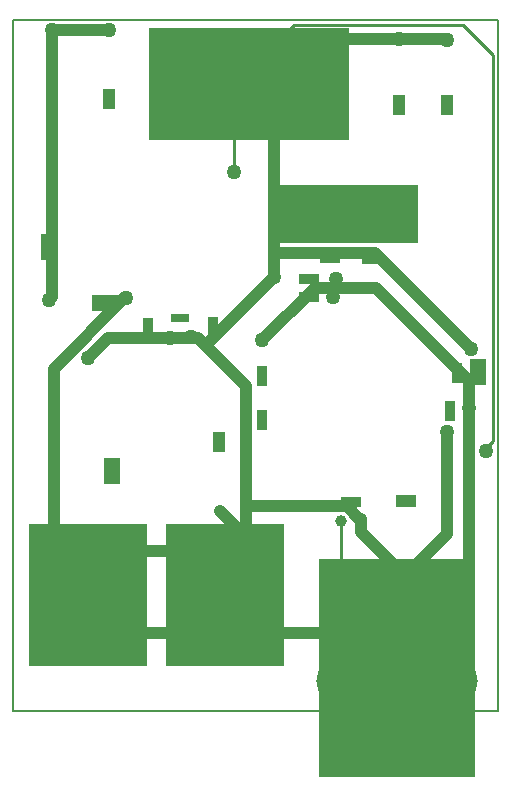
<source format=gbl>
%FSLAX25Y25*%
%MOIN*%
G70*
G01*
G75*
G04 Layer_Physical_Order=2*
G04 Layer_Color=16711680*
%ADD10R,0.21654X0.07874*%
%ADD11R,0.22047X0.22047*%
%ADD12R,0.07874X0.04724*%
%ADD13R,0.00866X0.05906*%
%ADD14R,0.05906X0.00866*%
%ADD15R,0.03937X0.03937*%
%ADD16R,0.03937X0.03937*%
%ADD17R,0.03740X0.02756*%
%ADD18R,0.05118X0.03937*%
%ADD19R,0.06614X0.07874*%
%ADD20R,0.02362X0.05709*%
%ADD21R,0.05709X0.02362*%
%ADD22C,0.03150*%
%ADD23C,0.01063*%
%ADD24C,0.01000*%
%ADD25C,0.00945*%
%ADD26C,0.03937*%
%ADD27R,0.46063X0.19685*%
%ADD28R,0.07087X0.03937*%
%ADD29R,0.66929X0.37402*%
%ADD30R,0.03937X0.07087*%
%ADD31R,0.39370X0.47244*%
%ADD32R,0.51968X0.72835*%
%ADD33R,0.06496X0.02756*%
%ADD34R,0.03543X0.06693*%
%ADD35R,0.08661X0.05709*%
%ADD36R,0.05709X0.08661*%
%ADD37R,0.06693X0.03543*%
%ADD38C,0.04921*%
%ADD39R,0.07874X0.07874*%
%ADD40C,0.00787*%
%ADD41C,0.07874*%
%ADD42C,0.05906*%
%ADD43C,0.13780*%
%ADD44C,0.05000*%
%ADD45C,0.03937*%
G54D23*
X454648Y198815D02*
X439963Y213500D01*
X541148Y218500D02*
X531148Y228500D01*
X474648D01*
X459648Y213500D01*
X490302Y34653D02*
X481648Y26000D01*
X490302Y34653D02*
Y63153D01*
X454648Y179500D02*
Y198815D01*
X538648Y86500D02*
X537648D01*
X541148Y90000D02*
Y218500D01*
Y90000D02*
X537648Y86500D01*
X394148Y138000D02*
X393148Y137000D01*
G54D26*
X481648Y26000D02*
X424648D01*
X533180Y109986D02*
X502166Y141000D01*
X533180Y48031D02*
Y109986D01*
Y48031D02*
X516727Y31579D01*
Y34961D01*
Y31579D02*
X511148Y26000D01*
X481648D01*
X458648Y53185D02*
X413148D01*
X511707Y45000D02*
X496994Y59713D01*
Y63846D01*
X489833Y224000D02*
X479333Y213500D01*
X468148Y202315D01*
X458648Y58000D02*
X450148Y66500D01*
X496994Y63846D02*
X496591D01*
X492347Y68090D01*
X502166Y141000D02*
X481648D01*
X464148Y123500D01*
X525648Y58941D02*
Y93000D01*
Y58941D02*
X511707Y45000D01*
X413148Y227000D02*
X394148D01*
Y138000D02*
Y227000D01*
X525648Y224000D02*
X489833D01*
X412849Y124201D02*
X406148Y117500D01*
X394648Y56000D02*
Y114000D01*
X418148Y137500D02*
X394648Y114000D01*
X424648Y26000D02*
X394648Y56000D01*
X533648Y120500D02*
X501648Y152500D01*
X468148D01*
X458802Y53339D02*
Y68090D01*
Y108153D01*
X458648Y53339D02*
Y58000D01*
X492347Y68090D02*
X458802D01*
X468148Y144500D02*
X445455Y121807D01*
X468148Y144500D02*
Y152500D01*
Y202315D01*
X442802Y124153D02*
X433495D01*
X412849D01*
X458802Y108153D02*
X442802Y124153D01*
G54D27*
X493148Y165500D02*
D03*
G54D28*
X512148Y70000D02*
D03*
G54D29*
X459648Y208972D02*
D03*
G54D30*
X525648Y202000D02*
D03*
X509648D02*
D03*
X413148Y204000D02*
D03*
X394148Y203000D02*
D03*
X449648Y89500D02*
D03*
G54D31*
X451758Y38618D02*
D03*
X406258D02*
D03*
G54D32*
X509246Y14291D02*
D03*
G54D33*
X436648Y131000D02*
D03*
G54D34*
X447648Y128000D02*
D03*
X426148Y127500D02*
D03*
X529148Y112500D02*
D03*
X464148Y97000D02*
D03*
X526648Y100000D02*
D03*
X464148Y111500D02*
D03*
G54D35*
X411648Y136000D02*
D03*
G54D36*
X414148Y80000D02*
D03*
X536148Y113000D02*
D03*
X393148Y154500D02*
D03*
G54D37*
X500648Y150500D02*
D03*
X486648Y151000D02*
D03*
X493648Y69500D02*
D03*
X479648Y138000D02*
D03*
Y144000D02*
D03*
G54D38*
X440940Y213619D02*
X440367Y214398D01*
X439404Y214310D01*
X438981Y213440D01*
X439506Y212628D01*
X440472Y212658D01*
X440947Y213500D01*
X460625Y213619D02*
X460052Y214398D01*
X459089Y214310D01*
X458666Y213440D01*
X459191Y212628D01*
X460157Y212658D01*
X460632Y213500D01*
X480310Y213619D02*
X479737Y214398D01*
X478774Y214310D01*
X478351Y213440D01*
X478876Y212628D01*
X479842Y212658D01*
X480317Y213500D01*
X457671Y53066D02*
X458245Y52287D01*
X459207Y52375D01*
X459630Y53245D01*
X459105Y54057D01*
X458139Y54027D01*
X457664Y53185D01*
X412171Y53066D02*
X412745Y52287D01*
X413707Y52375D01*
X414130Y53245D01*
X413605Y54057D01*
X412639Y54027D01*
X412164Y53185D01*
X496767Y33984D02*
X497546Y34557D01*
X497458Y35520D01*
X496588Y35943D01*
X495777Y35418D01*
X495806Y34451D01*
X496648Y33976D01*
X501787Y44023D02*
X502565Y44596D01*
X502478Y45559D01*
X501608Y45982D01*
X500796Y45457D01*
X500826Y44491D01*
X501668Y44016D01*
X506807Y33984D02*
X507585Y34557D01*
X507497Y35520D01*
X506628Y35943D01*
X505816Y35418D01*
X505845Y34451D01*
X506687Y33976D01*
X511826Y44023D02*
X512605Y44596D01*
X512517Y45559D01*
X511648Y45982D01*
X510836Y45457D01*
X510865Y44491D01*
X511707Y44016D01*
X516846Y33984D02*
X517625Y34557D01*
X517537Y35520D01*
X516667Y35943D01*
X515855Y35418D01*
X515885Y34451D01*
X516727Y33976D01*
X521866Y44023D02*
X522644Y44596D01*
X522556Y45559D01*
X521687Y45982D01*
X520875Y45457D01*
X520904Y44491D01*
X521746Y44016D01*
G54D39*
X444869Y33500D02*
D03*
X399369D02*
D03*
G54D40*
X542648Y0D02*
X381231D01*
X542648Y230315D02*
X381231D01*
X542648Y0D02*
Y230315D01*
X381231Y0D02*
Y230315D01*
G54D41*
X439963Y213500D02*
D03*
X479333D02*
D03*
X459648D02*
D03*
X458648Y53185D02*
D03*
X444869Y33500D02*
D03*
X413148Y53185D02*
D03*
X399369Y33500D02*
D03*
G54D42*
X496648Y34961D02*
D03*
X501668Y45000D02*
D03*
X506687Y34961D02*
D03*
X511707Y45000D02*
D03*
X516727Y34961D02*
D03*
X521746Y45000D02*
D03*
G54D43*
X489266Y9961D02*
D03*
X529227D02*
D03*
G54D44*
X525648Y93000D02*
D03*
X533648Y120500D02*
D03*
X468148Y144500D02*
D03*
X394148Y227000D02*
D03*
X413148D02*
D03*
X525648Y223500D02*
D03*
X509648Y224000D02*
D03*
X487648Y138000D02*
D03*
X488648Y144000D02*
D03*
X479333Y213500D02*
D03*
X459648D02*
D03*
X454648Y179500D02*
D03*
X464148Y123500D02*
D03*
X393148Y137000D02*
D03*
X440302Y124653D02*
D03*
X433495Y124153D02*
D03*
X406148Y117500D02*
D03*
X538648Y86500D02*
D03*
X533148Y101000D02*
D03*
X418648Y137500D02*
D03*
G54D45*
X490302Y63153D02*
D03*
X496994Y63846D02*
D03*
X450148Y66500D02*
D03*
X458802Y108153D02*
D03*
M02*

</source>
